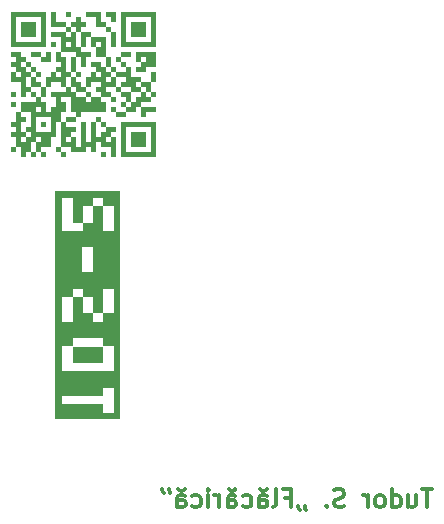
<source format=gbr>
%TF.GenerationSoftware,KiCad,Pcbnew,8.0.3*%
%TF.CreationDate,2024-11-20T23:40:36+02:00*%
%TF.ProjectId,TDS-2,5444532d-322e-46b6-9963-61645f706362,rev?*%
%TF.SameCoordinates,Original*%
%TF.FileFunction,Legend,Bot*%
%TF.FilePolarity,Positive*%
%FSLAX46Y46*%
G04 Gerber Fmt 4.6, Leading zero omitted, Abs format (unit mm)*
G04 Created by KiCad (PCBNEW 8.0.3) date 2024-11-20 23:40:36*
%MOMM*%
%LPD*%
G01*
G04 APERTURE LIST*
%ADD10C,0.000000*%
%ADD11C,0.300000*%
G04 APERTURE END LIST*
D10*
G36*
X126100000Y-106916667D02*
G01*
X125676667Y-106916667D01*
X125676667Y-108186667D01*
X126100000Y-108186667D01*
X126100000Y-107763333D01*
X126523334Y-107763333D01*
X126523334Y-107340000D01*
X127370000Y-107340000D01*
X127370000Y-107763333D01*
X126946667Y-107763333D01*
X126946667Y-108186667D01*
X126523334Y-108186667D01*
X126523334Y-108610000D01*
X126946667Y-108610000D01*
X126946667Y-108186667D01*
X127370000Y-108186667D01*
X127370000Y-109880001D01*
X126946667Y-109880001D01*
X126946667Y-109033333D01*
X126100000Y-109033333D01*
X126100000Y-108610000D01*
X125676667Y-108610000D01*
X125676667Y-109456668D01*
X125253334Y-109456668D01*
X125253334Y-109033333D01*
X124830001Y-109033333D01*
X124830001Y-109456668D01*
X123560001Y-109456668D01*
X123560001Y-109033333D01*
X122713334Y-109033333D01*
X122713334Y-106916667D01*
X123136667Y-106916667D01*
X123136667Y-107340000D01*
X123983334Y-107340000D01*
X123983334Y-107763333D01*
X123560001Y-107763333D01*
X123560001Y-108186667D01*
X123136667Y-108186667D01*
X123136667Y-108610000D01*
X123560001Y-108610000D01*
X123560001Y-108186667D01*
X123983334Y-108186667D01*
X123983334Y-109033333D01*
X124406667Y-109033333D01*
X124406667Y-106916667D01*
X124830001Y-106916667D01*
X124830001Y-108610000D01*
X125253334Y-108610000D01*
X125253334Y-106916667D01*
X125676667Y-106916667D01*
X125676667Y-106493333D01*
X126100000Y-106493333D01*
X126100000Y-106916667D01*
G37*
G36*
X126523334Y-107340000D02*
G01*
X126100000Y-107340000D01*
X126100000Y-106916667D01*
X126523334Y-106916667D01*
X126523334Y-107340000D01*
G37*
G36*
X123983334Y-103530000D02*
G01*
X124406667Y-103530000D01*
X124406667Y-103953334D01*
X124830001Y-103953334D01*
X124830001Y-104376667D01*
X123983334Y-104376667D01*
X123983334Y-103953334D01*
X123560001Y-103953334D01*
X123560001Y-103106667D01*
X123983334Y-103106667D01*
X123983334Y-103530000D01*
G37*
G36*
X127370000Y-100566667D02*
G01*
X126946667Y-100566667D01*
X126946667Y-99296667D01*
X127370000Y-99296667D01*
X127370000Y-100566667D01*
G37*
G36*
X126100000Y-98450000D02*
G01*
X126523334Y-98450000D01*
X126523334Y-98873334D01*
X125676667Y-98873334D01*
X125676667Y-98026667D01*
X124830001Y-98026667D01*
X124830001Y-97603334D01*
X126100000Y-97603334D01*
X126100000Y-98450000D01*
G37*
G36*
X127370000Y-98450000D02*
G01*
X126946667Y-98450000D01*
X126946667Y-98026667D01*
X126523334Y-98026667D01*
X126523334Y-97603334D01*
X127370000Y-97603334D01*
X127370000Y-98450000D01*
G37*
G36*
X128216667Y-97603334D02*
G01*
X130756667Y-97603334D01*
X130756667Y-100566667D01*
X127793334Y-100566667D01*
X127793334Y-100143334D01*
X128216667Y-100143334D01*
X130333334Y-100143334D01*
X130333334Y-98026667D01*
X128216667Y-98026667D01*
X128216667Y-100143334D01*
X127793334Y-100143334D01*
X127793334Y-97603334D01*
X128216667Y-97603334D01*
G37*
G36*
X128216667Y-106493333D02*
G01*
X127370000Y-106493333D01*
X127370000Y-106070000D01*
X128216667Y-106070000D01*
X128216667Y-106493333D01*
G37*
G36*
X121443334Y-107340000D02*
G01*
X121020001Y-107340000D01*
X121020001Y-106916667D01*
X121443334Y-106916667D01*
X121443334Y-107340000D01*
G37*
G36*
X129910001Y-109033333D02*
G01*
X128640001Y-109033333D01*
X128640001Y-107763333D01*
X129910001Y-107763333D01*
X129910001Y-109033333D01*
G37*
G36*
X130756667Y-106070000D02*
G01*
X129910001Y-106070000D01*
X129910001Y-106493333D01*
X129486667Y-106493333D01*
X129486667Y-105646667D01*
X130756667Y-105646667D01*
X130756667Y-106070000D01*
G37*
G36*
X128640001Y-101413334D02*
G01*
X127793334Y-101413334D01*
X127793334Y-100990001D01*
X128640001Y-100990001D01*
X128640001Y-101413334D01*
G37*
G36*
X123983334Y-102683334D02*
G01*
X123560001Y-102683334D01*
X123560001Y-101413334D01*
X123983334Y-101413334D01*
X123983334Y-102683334D01*
G37*
G36*
X127793334Y-101836667D02*
G01*
X127370000Y-101836667D01*
X127370000Y-101413334D01*
X127793334Y-101413334D01*
X127793334Y-101836667D01*
G37*
G36*
X118903333Y-97603334D02*
G01*
X121443334Y-97603334D01*
X121443334Y-100566667D01*
X118480000Y-100566667D01*
X118480000Y-100143334D01*
X118903333Y-100143334D01*
X121020001Y-100143334D01*
X121020001Y-98026667D01*
X118903333Y-98026667D01*
X118903333Y-100143334D01*
X118480000Y-100143334D01*
X118480000Y-97603334D01*
X118903333Y-97603334D01*
G37*
G36*
X129486667Y-100990001D02*
G01*
X130756667Y-100990001D01*
X130756667Y-102260001D01*
X129910001Y-102260001D01*
X129910001Y-102683334D01*
X129063334Y-102683334D01*
X129063334Y-102260001D01*
X129486667Y-102260001D01*
X129486667Y-101836667D01*
X129910001Y-101836667D01*
X129910001Y-101413334D01*
X129486667Y-101413334D01*
X129486667Y-101836667D01*
X129063334Y-101836667D01*
X129063334Y-100990001D01*
X129486667Y-100990001D01*
G37*
G36*
X129910001Y-99720000D02*
G01*
X128640001Y-99720000D01*
X128640001Y-98450000D01*
X129910001Y-98450000D01*
X129910001Y-99720000D01*
G37*
G36*
X128216667Y-102260001D02*
G01*
X127793334Y-102260001D01*
X127793334Y-101836667D01*
X128216667Y-101836667D01*
X128216667Y-102260001D01*
G37*
G36*
X126523334Y-109880001D02*
G01*
X126100000Y-109880001D01*
X126100000Y-109456668D01*
X126523334Y-109456668D01*
X126523334Y-109880001D01*
G37*
G36*
X126946667Y-101413334D02*
G01*
X126946667Y-102260001D01*
X126523334Y-102260001D01*
X126523334Y-102683334D01*
X126946667Y-102683334D01*
X126946667Y-103106667D01*
X126523334Y-103106667D01*
X126523334Y-103530000D01*
X126946667Y-103530000D01*
X126946667Y-103106667D01*
X127370000Y-103106667D01*
X127370000Y-102683334D01*
X126946667Y-102683334D01*
X126946667Y-102260001D01*
X127370000Y-102260001D01*
X127370000Y-102683334D01*
X128216667Y-102683334D01*
X128216667Y-102260001D01*
X128640001Y-102260001D01*
X128640001Y-103106667D01*
X129063334Y-103106667D01*
X129486667Y-103106667D01*
X129486667Y-103530000D01*
X129063334Y-103530000D01*
X129063334Y-103953334D01*
X129486667Y-103953334D01*
X129486667Y-103530000D01*
X130333334Y-103530000D01*
X130333334Y-104376667D01*
X129910001Y-104376667D01*
X129910001Y-104800000D01*
X130333334Y-104800000D01*
X130333334Y-105223334D01*
X129486667Y-105223334D01*
X129486667Y-105646667D01*
X129063334Y-105646667D01*
X129063334Y-106070000D01*
X128216667Y-106070000D01*
X128216667Y-105646667D01*
X127793334Y-105646667D01*
X127793334Y-105223334D01*
X128216667Y-105223334D01*
X128216667Y-105646667D01*
X128640001Y-105646667D01*
X128640001Y-105223334D01*
X129063334Y-105223334D01*
X129063334Y-104800000D01*
X129486667Y-104800000D01*
X129486667Y-104376667D01*
X129910001Y-104376667D01*
X129910001Y-103953334D01*
X129486667Y-103953334D01*
X129486667Y-104376667D01*
X128640001Y-104376667D01*
X128640001Y-105223334D01*
X128216667Y-105223334D01*
X128216667Y-104800000D01*
X127793334Y-104800000D01*
X127793334Y-104376667D01*
X128640001Y-104376667D01*
X128640001Y-103953334D01*
X127793334Y-103953334D01*
X127793334Y-104376667D01*
X127370000Y-104376667D01*
X127370000Y-103953334D01*
X127793334Y-103953334D01*
X127793334Y-103530000D01*
X128216667Y-103530000D01*
X128216667Y-103106667D01*
X127370000Y-103106667D01*
X127370000Y-103953334D01*
X126523334Y-103953334D01*
X126523334Y-104376667D01*
X126946667Y-104376667D01*
X126946667Y-104800000D01*
X126100000Y-104800000D01*
X126100000Y-105223334D01*
X126523334Y-105223334D01*
X126523334Y-106070000D01*
X124406667Y-106070000D01*
X124406667Y-106493333D01*
X123983334Y-106493333D01*
X123983334Y-106070000D01*
X123560001Y-106070000D01*
X123560001Y-104800000D01*
X122713334Y-104800000D01*
X122713334Y-105223334D01*
X123136667Y-105223334D01*
X123136667Y-106070000D01*
X122713334Y-106070000D01*
X122713334Y-106916667D01*
X122290001Y-106916667D01*
X122290001Y-108186667D01*
X121866668Y-108186667D01*
X121866668Y-109033333D01*
X121020001Y-109033333D01*
X121020001Y-109456668D01*
X120596668Y-109456668D01*
X120596668Y-108610000D01*
X121020001Y-108610000D01*
X121020001Y-108186667D01*
X120596668Y-108186667D01*
X120596668Y-108610000D01*
X120173334Y-108610000D01*
X120173334Y-109456668D01*
X119750001Y-109456668D01*
X119750001Y-109880001D01*
X119326668Y-109880001D01*
X119326668Y-109033333D01*
X118903333Y-109033333D01*
X118903333Y-108610000D01*
X119326668Y-108610000D01*
X119750001Y-108610000D01*
X119750001Y-108186667D01*
X119326668Y-108186667D01*
X119326668Y-108610000D01*
X118903333Y-108610000D01*
X118903333Y-108186667D01*
X118480000Y-108186667D01*
X118480000Y-107763333D01*
X118903333Y-107763333D01*
X118903333Y-107340000D01*
X118480000Y-107340000D01*
X118480000Y-106916667D01*
X118903333Y-106916667D01*
X118903333Y-106070000D01*
X119326668Y-106070000D01*
X119326668Y-106493333D01*
X119750001Y-106493333D01*
X119750001Y-106916667D01*
X119326668Y-106916667D01*
X119326668Y-107763333D01*
X119750001Y-107763333D01*
X119750001Y-108186667D01*
X120173334Y-108186667D01*
X120173334Y-107763333D01*
X120596668Y-107763333D01*
X121866668Y-107763333D01*
X121866668Y-106493333D01*
X120596668Y-106493333D01*
X120596668Y-107763333D01*
X120173334Y-107763333D01*
X119750001Y-107763333D01*
X119750001Y-107340000D01*
X120173334Y-107340000D01*
X120173334Y-106070000D01*
X120596668Y-106070000D01*
X121020001Y-106070000D01*
X121020001Y-105646667D01*
X120596668Y-105646667D01*
X120596668Y-106070000D01*
X120173334Y-106070000D01*
X119326668Y-106070000D01*
X119326668Y-105223334D01*
X120596668Y-105223334D01*
X120596668Y-104800000D01*
X120173334Y-104800000D01*
X120173334Y-104376667D01*
X120596668Y-104376667D01*
X120596668Y-104800000D01*
X121020001Y-104800000D01*
X121020001Y-103953334D01*
X121443334Y-103953334D01*
X121443334Y-104800000D01*
X121020001Y-104800000D01*
X121020001Y-105223334D01*
X121443334Y-105223334D01*
X121443334Y-106070000D01*
X121866668Y-106070000D01*
X121866668Y-105646667D01*
X122290001Y-105646667D01*
X122290001Y-104800000D01*
X121866668Y-104800000D01*
X121866668Y-104376667D01*
X123136667Y-104376667D01*
X123136667Y-103953334D01*
X123560001Y-103953334D01*
X123560001Y-104376667D01*
X123983334Y-104376667D01*
X123983334Y-104800000D01*
X124830001Y-104800000D01*
X124830001Y-105223334D01*
X125253334Y-105223334D01*
X125253334Y-104800000D01*
X126100000Y-104800000D01*
X126100000Y-104376667D01*
X125676667Y-104376667D01*
X125676667Y-103953334D01*
X126100000Y-103953334D01*
X126100000Y-103530000D01*
X125253334Y-103530000D01*
X125253334Y-103953334D01*
X124830001Y-103953334D01*
X124830001Y-103106667D01*
X125253334Y-103106667D01*
X125253334Y-102683334D01*
X125676667Y-102683334D01*
X125676667Y-103106667D01*
X126100000Y-103106667D01*
X126100000Y-102683334D01*
X125676667Y-102683334D01*
X125676667Y-102260001D01*
X125253334Y-102260001D01*
X125253334Y-101836667D01*
X126100000Y-101836667D01*
X126100000Y-102260001D01*
X126523334Y-102260001D01*
X126523334Y-101413334D01*
X126946667Y-101413334D01*
G37*
G36*
X120596668Y-109456668D02*
G01*
X120596668Y-109880001D01*
X120173334Y-109880001D01*
X120173334Y-109456668D01*
X120596668Y-109456668D01*
G37*
G36*
X119326668Y-101413334D02*
G01*
X119750001Y-101413334D01*
X119750001Y-101836667D01*
X119326668Y-101836667D01*
X119326668Y-102260001D01*
X119750001Y-102260001D01*
X119750001Y-101836667D01*
X120173334Y-101836667D01*
X120173334Y-102260001D01*
X119750001Y-102260001D01*
X119750001Y-102683334D01*
X120173334Y-102683334D01*
X120173334Y-103106667D01*
X120596668Y-103106667D01*
X120596668Y-102683334D01*
X121020001Y-102683334D01*
X121020001Y-103106667D01*
X120596668Y-103106667D01*
X120596668Y-103530000D01*
X121020001Y-103530000D01*
X121020001Y-103953334D01*
X120173334Y-103953334D01*
X120173334Y-104376667D01*
X119750001Y-104376667D01*
X119750001Y-104800000D01*
X119326668Y-104800000D01*
X119326668Y-103953334D01*
X119750001Y-103953334D01*
X120173334Y-103953334D01*
X120173334Y-103106667D01*
X119750001Y-103106667D01*
X119750001Y-103953334D01*
X119326668Y-103953334D01*
X119326668Y-103530000D01*
X118480000Y-103530000D01*
X118480000Y-102683334D01*
X118903333Y-102683334D01*
X118903333Y-103106667D01*
X119326668Y-103106667D01*
X119326668Y-102683334D01*
X118903333Y-102683334D01*
X118903333Y-102260001D01*
X118480000Y-102260001D01*
X118480000Y-101836667D01*
X118903333Y-101836667D01*
X118903333Y-101413334D01*
X118480000Y-101413334D01*
X118480000Y-100990001D01*
X119326668Y-100990001D01*
X119326668Y-101413334D01*
G37*
G36*
X130756667Y-104376667D02*
G01*
X130756667Y-104800000D01*
X130333334Y-104800000D01*
X130333334Y-104376667D01*
X130756667Y-104376667D01*
G37*
G36*
X124406667Y-98450000D02*
G01*
X124830001Y-98450000D01*
X124830001Y-98873334D01*
X124406667Y-98873334D01*
X124406667Y-99296667D01*
X123983334Y-99296667D01*
X123983334Y-100566667D01*
X124406667Y-100566667D01*
X124406667Y-99296667D01*
X125253334Y-99296667D01*
X125253334Y-99720000D01*
X124830001Y-99720000D01*
X124830001Y-100566667D01*
X124406667Y-100566667D01*
X124406667Y-100990001D01*
X125253334Y-100990001D01*
X125253334Y-101413334D01*
X124830001Y-101413334D01*
X124830001Y-102260001D01*
X124406667Y-102260001D01*
X124406667Y-101413334D01*
X123983334Y-101413334D01*
X123983334Y-100990001D01*
X122713334Y-100990001D01*
X122713334Y-101413334D01*
X123136667Y-101413334D01*
X123136667Y-102683334D01*
X123560001Y-102683334D01*
X123560001Y-103106667D01*
X123136667Y-103106667D01*
X123136667Y-103953334D01*
X122713334Y-103953334D01*
X122713334Y-103530000D01*
X121866668Y-103530000D01*
X121866668Y-103953334D01*
X121443334Y-103953334D01*
X121443334Y-103106667D01*
X121866668Y-103106667D01*
X121866668Y-102683334D01*
X122290001Y-102683334D01*
X122290001Y-103106667D01*
X122713334Y-103106667D01*
X122713334Y-102683334D01*
X122290001Y-102683334D01*
X122290001Y-102260001D01*
X122713334Y-102260001D01*
X122713334Y-101836667D01*
X122290001Y-101836667D01*
X122290001Y-100990001D01*
X122713334Y-100990001D01*
X122713334Y-100566667D01*
X123136667Y-100566667D01*
X123560001Y-100566667D01*
X123560001Y-100143334D01*
X123136667Y-100143334D01*
X123136667Y-100566667D01*
X122713334Y-100566667D01*
X122713334Y-99720000D01*
X121866668Y-99720000D01*
X121866668Y-99296667D01*
X123136667Y-99296667D01*
X123136667Y-99720000D01*
X123560001Y-99720000D01*
X123560001Y-99296667D01*
X123983334Y-99296667D01*
X123983334Y-98873334D01*
X123560001Y-98873334D01*
X123560001Y-98450000D01*
X123983334Y-98450000D01*
X123983334Y-98026667D01*
X124406667Y-98026667D01*
X124406667Y-98450000D01*
G37*
G36*
X120596668Y-102260001D02*
G01*
X120596668Y-102683334D01*
X120173334Y-102683334D01*
X120173334Y-102260001D01*
X120596668Y-102260001D01*
G37*
G36*
X125676667Y-99720000D02*
G01*
X126523334Y-99720000D01*
X126523334Y-101413334D01*
X125676667Y-101413334D01*
X125676667Y-100566667D01*
X126100000Y-100566667D01*
X126100000Y-100143334D01*
X125676667Y-100143334D01*
X125676667Y-100566667D01*
X125253334Y-100566667D01*
X125253334Y-99720000D01*
X125676667Y-99720000D01*
G37*
G36*
X123560001Y-99296667D02*
G01*
X123136667Y-99296667D01*
X123136667Y-98873334D01*
X123560001Y-98873334D01*
X123560001Y-99296667D01*
G37*
G36*
X122290001Y-100566667D02*
G01*
X121866668Y-100566667D01*
X121866668Y-100143334D01*
X122290001Y-100143334D01*
X122290001Y-100566667D01*
G37*
G36*
X118903333Y-109456668D02*
G01*
X118480000Y-109456668D01*
X118480000Y-109033333D01*
X118903333Y-109033333D01*
X118903333Y-109456668D01*
G37*
G36*
X121866668Y-101836667D02*
G01*
X121020001Y-101836667D01*
X121020001Y-101413334D01*
X121443334Y-101413334D01*
X121443334Y-100990001D01*
X121866668Y-100990001D01*
X121866668Y-101836667D01*
G37*
G36*
X122290001Y-98450000D02*
G01*
X123136667Y-98450000D01*
X123136667Y-98873334D01*
X121866668Y-98873334D01*
X121866668Y-97603334D01*
X122290001Y-97603334D01*
X122290001Y-98450000D01*
G37*
G36*
X123136667Y-109880001D02*
G01*
X122713334Y-109880001D01*
X122713334Y-109456668D01*
X123136667Y-109456668D01*
X123136667Y-109880001D01*
G37*
G36*
X125253334Y-104800000D02*
G01*
X124830001Y-104800000D01*
X124830001Y-104376667D01*
X125253334Y-104376667D01*
X125253334Y-104800000D01*
G37*
G36*
X118903333Y-104800000D02*
G01*
X118480000Y-104800000D01*
X118480000Y-104376667D01*
X118903333Y-104376667D01*
X118903333Y-104800000D01*
G37*
G36*
X120596668Y-99720000D02*
G01*
X119326668Y-99720000D01*
X119326668Y-98450000D01*
X120596668Y-98450000D01*
X120596668Y-99720000D01*
G37*
G36*
X118903333Y-105646667D02*
G01*
X118480000Y-105646667D01*
X118480000Y-105223334D01*
X118903333Y-105223334D01*
X118903333Y-105646667D01*
G37*
G36*
X127370000Y-105223334D02*
G01*
X126946667Y-105223334D01*
X126946667Y-104800000D01*
X127370000Y-104800000D01*
X127370000Y-105223334D01*
G37*
G36*
X127370000Y-106070000D02*
G01*
X126946667Y-106070000D01*
X126946667Y-105646667D01*
X127370000Y-105646667D01*
X127370000Y-106070000D01*
G37*
G36*
X122713334Y-109456668D02*
G01*
X122290001Y-109456668D01*
X122290001Y-109033333D01*
X122713334Y-109033333D01*
X122713334Y-109456668D01*
G37*
G36*
X121020001Y-101413334D02*
G01*
X120173334Y-101413334D01*
X120173334Y-100990001D01*
X121020001Y-100990001D01*
X121020001Y-101413334D01*
G37*
G36*
X128216667Y-106916667D02*
G01*
X130756667Y-106916667D01*
X130756667Y-109880001D01*
X127793334Y-109880001D01*
X127793334Y-109456668D01*
X128216667Y-109456668D01*
X130333334Y-109456668D01*
X130333334Y-107340000D01*
X128216667Y-107340000D01*
X128216667Y-109456668D01*
X127793334Y-109456668D01*
X127793334Y-106916667D01*
X128216667Y-106916667D01*
G37*
G36*
X123983334Y-106916667D02*
G01*
X123136667Y-106916667D01*
X123136667Y-106493333D01*
X123983334Y-106493333D01*
X123983334Y-106916667D01*
G37*
G36*
X123560001Y-98026667D02*
G01*
X123136667Y-98026667D01*
X123136667Y-97603334D01*
X123560001Y-97603334D01*
X123560001Y-98026667D01*
G37*
G36*
X126946667Y-99296667D02*
G01*
X126523334Y-99296667D01*
X126523334Y-98873334D01*
X126946667Y-98873334D01*
X126946667Y-99296667D01*
G37*
G36*
X124406667Y-103106667D02*
G01*
X123983334Y-103106667D01*
X123983334Y-102683334D01*
X124406667Y-102683334D01*
X124406667Y-103106667D01*
G37*
G36*
X121443334Y-109880001D02*
G01*
X121020001Y-109880001D01*
X121020001Y-109456668D01*
X121443334Y-109456668D01*
X121443334Y-109880001D01*
G37*
G36*
X130756667Y-103530000D02*
G01*
X130333334Y-103530000D01*
X130333334Y-102683334D01*
X130756667Y-102683334D01*
X130756667Y-103530000D01*
G37*
D11*
G36*
X126290806Y-127295603D02*
G01*
X123736025Y-127295603D01*
X123736025Y-125917096D01*
X126290806Y-125917096D01*
X126290806Y-127295603D01*
G37*
G36*
X127757387Y-132052136D02*
G01*
X122269444Y-132052136D01*
X122269444Y-130089741D01*
X122825000Y-130089741D01*
X122825000Y-130793161D01*
X126290806Y-130793161D01*
X126290806Y-131496580D01*
X127201831Y-131496580D01*
X127201831Y-129386322D01*
X126290806Y-129386322D01*
X126290806Y-130089741D01*
X122825000Y-130089741D01*
X122269444Y-130089741D01*
X122269444Y-125888764D01*
X122825000Y-125888764D01*
X122825000Y-127295603D01*
X122825000Y-127999023D01*
X127201831Y-127999023D01*
X127201831Y-125888764D01*
X126342096Y-125888764D01*
X126342096Y-125185345D01*
X123736025Y-125185345D01*
X123736025Y-125888764D01*
X122825000Y-125888764D01*
X122269444Y-125888764D01*
X122269444Y-123801953D01*
X122825000Y-123801953D01*
X123736025Y-123801953D01*
X123736025Y-123098534D01*
X124595760Y-123098534D01*
X125482362Y-123098534D01*
X125482362Y-123801953D01*
X126342096Y-123801953D01*
X126342096Y-123098534D01*
X127201831Y-123098534D01*
X127201831Y-120988276D01*
X126290806Y-120988276D01*
X126290806Y-123098534D01*
X125482362Y-123098534D01*
X125482362Y-121691695D01*
X124595760Y-121691695D01*
X124595760Y-123098534D01*
X123736025Y-123098534D01*
X123736025Y-121691695D01*
X124595760Y-121691695D01*
X124595760Y-120988276D01*
X123736025Y-120988276D01*
X123736025Y-121691695D01*
X122825000Y-121691695D01*
X122825000Y-123801953D01*
X122269444Y-123801953D01*
X122269444Y-119604884D01*
X124544469Y-119604884D01*
X125455495Y-119604884D01*
X125455495Y-117494626D01*
X124544469Y-117494626D01*
X124544469Y-119604884D01*
X122269444Y-119604884D01*
X122269444Y-116107327D01*
X122825000Y-116107327D01*
X124576221Y-116107327D01*
X124576221Y-115403907D01*
X123736025Y-115403907D01*
X123736025Y-113997069D01*
X124576221Y-113997069D01*
X124576221Y-115403907D01*
X125482362Y-115403907D01*
X125482362Y-113997069D01*
X126290806Y-113997069D01*
X126290806Y-116107327D01*
X127201831Y-116107327D01*
X127201831Y-113997069D01*
X126342096Y-113997069D01*
X126342096Y-113293649D01*
X125482362Y-113293649D01*
X125482362Y-113997069D01*
X124576221Y-113997069D01*
X123736025Y-113997069D01*
X123736025Y-113293649D01*
X122825000Y-113293649D01*
X122825000Y-116107327D01*
X122269444Y-116107327D01*
X122269444Y-112738093D01*
X127757387Y-112738093D01*
X127757387Y-132052136D01*
G37*
X154159774Y-138000828D02*
X153302632Y-138000828D01*
X153731203Y-139500828D02*
X153731203Y-138000828D01*
X152159775Y-138500828D02*
X152159775Y-139500828D01*
X152802632Y-138500828D02*
X152802632Y-139286542D01*
X152802632Y-139286542D02*
X152731203Y-139429400D01*
X152731203Y-139429400D02*
X152588346Y-139500828D01*
X152588346Y-139500828D02*
X152374060Y-139500828D01*
X152374060Y-139500828D02*
X152231203Y-139429400D01*
X152231203Y-139429400D02*
X152159775Y-139357971D01*
X150802632Y-139500828D02*
X150802632Y-138000828D01*
X150802632Y-139429400D02*
X150945489Y-139500828D01*
X150945489Y-139500828D02*
X151231203Y-139500828D01*
X151231203Y-139500828D02*
X151374060Y-139429400D01*
X151374060Y-139429400D02*
X151445489Y-139357971D01*
X151445489Y-139357971D02*
X151516917Y-139215114D01*
X151516917Y-139215114D02*
X151516917Y-138786542D01*
X151516917Y-138786542D02*
X151445489Y-138643685D01*
X151445489Y-138643685D02*
X151374060Y-138572257D01*
X151374060Y-138572257D02*
X151231203Y-138500828D01*
X151231203Y-138500828D02*
X150945489Y-138500828D01*
X150945489Y-138500828D02*
X150802632Y-138572257D01*
X149874060Y-139500828D02*
X150016917Y-139429400D01*
X150016917Y-139429400D02*
X150088346Y-139357971D01*
X150088346Y-139357971D02*
X150159774Y-139215114D01*
X150159774Y-139215114D02*
X150159774Y-138786542D01*
X150159774Y-138786542D02*
X150088346Y-138643685D01*
X150088346Y-138643685D02*
X150016917Y-138572257D01*
X150016917Y-138572257D02*
X149874060Y-138500828D01*
X149874060Y-138500828D02*
X149659774Y-138500828D01*
X149659774Y-138500828D02*
X149516917Y-138572257D01*
X149516917Y-138572257D02*
X149445489Y-138643685D01*
X149445489Y-138643685D02*
X149374060Y-138786542D01*
X149374060Y-138786542D02*
X149374060Y-139215114D01*
X149374060Y-139215114D02*
X149445489Y-139357971D01*
X149445489Y-139357971D02*
X149516917Y-139429400D01*
X149516917Y-139429400D02*
X149659774Y-139500828D01*
X149659774Y-139500828D02*
X149874060Y-139500828D01*
X148731203Y-139500828D02*
X148731203Y-138500828D01*
X148731203Y-138786542D02*
X148659774Y-138643685D01*
X148659774Y-138643685D02*
X148588346Y-138572257D01*
X148588346Y-138572257D02*
X148445488Y-138500828D01*
X148445488Y-138500828D02*
X148302631Y-138500828D01*
X146731203Y-139429400D02*
X146516918Y-139500828D01*
X146516918Y-139500828D02*
X146159775Y-139500828D01*
X146159775Y-139500828D02*
X146016918Y-139429400D01*
X146016918Y-139429400D02*
X145945489Y-139357971D01*
X145945489Y-139357971D02*
X145874060Y-139215114D01*
X145874060Y-139215114D02*
X145874060Y-139072257D01*
X145874060Y-139072257D02*
X145945489Y-138929400D01*
X145945489Y-138929400D02*
X146016918Y-138857971D01*
X146016918Y-138857971D02*
X146159775Y-138786542D01*
X146159775Y-138786542D02*
X146445489Y-138715114D01*
X146445489Y-138715114D02*
X146588346Y-138643685D01*
X146588346Y-138643685D02*
X146659775Y-138572257D01*
X146659775Y-138572257D02*
X146731203Y-138429400D01*
X146731203Y-138429400D02*
X146731203Y-138286542D01*
X146731203Y-138286542D02*
X146659775Y-138143685D01*
X146659775Y-138143685D02*
X146588346Y-138072257D01*
X146588346Y-138072257D02*
X146445489Y-138000828D01*
X146445489Y-138000828D02*
X146088346Y-138000828D01*
X146088346Y-138000828D02*
X145874060Y-138072257D01*
X145231204Y-139357971D02*
X145159775Y-139429400D01*
X145159775Y-139429400D02*
X145231204Y-139500828D01*
X145231204Y-139500828D02*
X145302632Y-139429400D01*
X145302632Y-139429400D02*
X145231204Y-139357971D01*
X145231204Y-139357971D02*
X145231204Y-139500828D01*
X143374061Y-139429400D02*
X143374061Y-139500828D01*
X143374061Y-139500828D02*
X143445489Y-139643685D01*
X143445489Y-139643685D02*
X143516918Y-139715114D01*
X142802632Y-139429400D02*
X142802632Y-139500828D01*
X142802632Y-139500828D02*
X142874061Y-139643685D01*
X142874061Y-139643685D02*
X142945489Y-139715114D01*
X141731204Y-138715114D02*
X142231204Y-138715114D01*
X142231204Y-139500828D02*
X142231204Y-138000828D01*
X142231204Y-138000828D02*
X141516918Y-138000828D01*
X140731204Y-139500828D02*
X140874061Y-139429400D01*
X140874061Y-139429400D02*
X140945490Y-139286542D01*
X140945490Y-139286542D02*
X140945490Y-138000828D01*
X139516919Y-139500828D02*
X139516919Y-138715114D01*
X139516919Y-138715114D02*
X139588347Y-138572257D01*
X139588347Y-138572257D02*
X139731204Y-138500828D01*
X139731204Y-138500828D02*
X140016919Y-138500828D01*
X140016919Y-138500828D02*
X140159776Y-138572257D01*
X139516919Y-139429400D02*
X139659776Y-139500828D01*
X139659776Y-139500828D02*
X140016919Y-139500828D01*
X140016919Y-139500828D02*
X140159776Y-139429400D01*
X140159776Y-139429400D02*
X140231204Y-139286542D01*
X140231204Y-139286542D02*
X140231204Y-139143685D01*
X140231204Y-139143685D02*
X140159776Y-139000828D01*
X140159776Y-139000828D02*
X140016919Y-138929400D01*
X140016919Y-138929400D02*
X139659776Y-138929400D01*
X139659776Y-138929400D02*
X139516919Y-138857971D01*
X140159776Y-137929400D02*
X140088347Y-138072257D01*
X140088347Y-138072257D02*
X139945490Y-138143685D01*
X139945490Y-138143685D02*
X139802633Y-138143685D01*
X139802633Y-138143685D02*
X139659776Y-138072257D01*
X139659776Y-138072257D02*
X139588347Y-137929400D01*
X138159776Y-139429400D02*
X138302633Y-139500828D01*
X138302633Y-139500828D02*
X138588347Y-139500828D01*
X138588347Y-139500828D02*
X138731204Y-139429400D01*
X138731204Y-139429400D02*
X138802633Y-139357971D01*
X138802633Y-139357971D02*
X138874061Y-139215114D01*
X138874061Y-139215114D02*
X138874061Y-138786542D01*
X138874061Y-138786542D02*
X138802633Y-138643685D01*
X138802633Y-138643685D02*
X138731204Y-138572257D01*
X138731204Y-138572257D02*
X138588347Y-138500828D01*
X138588347Y-138500828D02*
X138302633Y-138500828D01*
X138302633Y-138500828D02*
X138159776Y-138572257D01*
X136874062Y-139500828D02*
X136874062Y-138715114D01*
X136874062Y-138715114D02*
X136945490Y-138572257D01*
X136945490Y-138572257D02*
X137088347Y-138500828D01*
X137088347Y-138500828D02*
X137374062Y-138500828D01*
X137374062Y-138500828D02*
X137516919Y-138572257D01*
X136874062Y-139429400D02*
X137016919Y-139500828D01*
X137016919Y-139500828D02*
X137374062Y-139500828D01*
X137374062Y-139500828D02*
X137516919Y-139429400D01*
X137516919Y-139429400D02*
X137588347Y-139286542D01*
X137588347Y-139286542D02*
X137588347Y-139143685D01*
X137588347Y-139143685D02*
X137516919Y-139000828D01*
X137516919Y-139000828D02*
X137374062Y-138929400D01*
X137374062Y-138929400D02*
X137016919Y-138929400D01*
X137016919Y-138929400D02*
X136874062Y-138857971D01*
X137516919Y-137929400D02*
X137445490Y-138072257D01*
X137445490Y-138072257D02*
X137302633Y-138143685D01*
X137302633Y-138143685D02*
X137159776Y-138143685D01*
X137159776Y-138143685D02*
X137016919Y-138072257D01*
X137016919Y-138072257D02*
X136945490Y-137929400D01*
X136159776Y-139500828D02*
X136159776Y-138500828D01*
X136159776Y-138786542D02*
X136088347Y-138643685D01*
X136088347Y-138643685D02*
X136016919Y-138572257D01*
X136016919Y-138572257D02*
X135874061Y-138500828D01*
X135874061Y-138500828D02*
X135731204Y-138500828D01*
X135231205Y-139500828D02*
X135231205Y-138500828D01*
X135231205Y-138000828D02*
X135302633Y-138072257D01*
X135302633Y-138072257D02*
X135231205Y-138143685D01*
X135231205Y-138143685D02*
X135159776Y-138072257D01*
X135159776Y-138072257D02*
X135231205Y-138000828D01*
X135231205Y-138000828D02*
X135231205Y-138143685D01*
X133874062Y-139429400D02*
X134016919Y-139500828D01*
X134016919Y-139500828D02*
X134302633Y-139500828D01*
X134302633Y-139500828D02*
X134445490Y-139429400D01*
X134445490Y-139429400D02*
X134516919Y-139357971D01*
X134516919Y-139357971D02*
X134588347Y-139215114D01*
X134588347Y-139215114D02*
X134588347Y-138786542D01*
X134588347Y-138786542D02*
X134516919Y-138643685D01*
X134516919Y-138643685D02*
X134445490Y-138572257D01*
X134445490Y-138572257D02*
X134302633Y-138500828D01*
X134302633Y-138500828D02*
X134016919Y-138500828D01*
X134016919Y-138500828D02*
X133874062Y-138572257D01*
X132588348Y-139500828D02*
X132588348Y-138715114D01*
X132588348Y-138715114D02*
X132659776Y-138572257D01*
X132659776Y-138572257D02*
X132802633Y-138500828D01*
X132802633Y-138500828D02*
X133088348Y-138500828D01*
X133088348Y-138500828D02*
X133231205Y-138572257D01*
X132588348Y-139429400D02*
X132731205Y-139500828D01*
X132731205Y-139500828D02*
X133088348Y-139500828D01*
X133088348Y-139500828D02*
X133231205Y-139429400D01*
X133231205Y-139429400D02*
X133302633Y-139286542D01*
X133302633Y-139286542D02*
X133302633Y-139143685D01*
X133302633Y-139143685D02*
X133231205Y-139000828D01*
X133231205Y-139000828D02*
X133088348Y-138929400D01*
X133088348Y-138929400D02*
X132731205Y-138929400D01*
X132731205Y-138929400D02*
X132588348Y-138857971D01*
X133231205Y-137929400D02*
X133159776Y-138072257D01*
X133159776Y-138072257D02*
X133016919Y-138143685D01*
X133016919Y-138143685D02*
X132874062Y-138143685D01*
X132874062Y-138143685D02*
X132731205Y-138072257D01*
X132731205Y-138072257D02*
X132659776Y-137929400D01*
X131874062Y-138000828D02*
X131874062Y-138072257D01*
X131874062Y-138072257D02*
X131945490Y-138215114D01*
X131945490Y-138215114D02*
X132016919Y-138286542D01*
X131302633Y-138000828D02*
X131302633Y-138072257D01*
X131302633Y-138072257D02*
X131374062Y-138215114D01*
X131374062Y-138215114D02*
X131445490Y-138286542D01*
M02*

</source>
